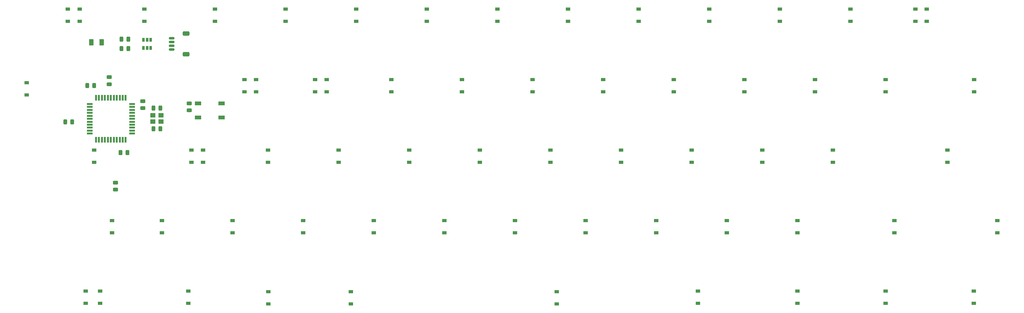
<source format=gbr>
%TF.GenerationSoftware,KiCad,Pcbnew,(6.0.6)*%
%TF.CreationDate,2022-07-22T23:56:38+02:00*%
%TF.ProjectId,bakeneko-60-pcb,62616b65-6e65-46b6-9f2d-36302d706362,rev?*%
%TF.SameCoordinates,Original*%
%TF.FileFunction,Paste,Bot*%
%TF.FilePolarity,Positive*%
%FSLAX46Y46*%
G04 Gerber Fmt 4.6, Leading zero omitted, Abs format (unit mm)*
G04 Created by KiCad (PCBNEW (6.0.6)) date 2022-07-22 23:56:38*
%MOMM*%
%LPD*%
G01*
G04 APERTURE LIST*
G04 Aperture macros list*
%AMRoundRect*
0 Rectangle with rounded corners*
0 $1 Rounding radius*
0 $2 $3 $4 $5 $6 $7 $8 $9 X,Y pos of 4 corners*
0 Add a 4 corners polygon primitive as box body*
4,1,4,$2,$3,$4,$5,$6,$7,$8,$9,$2,$3,0*
0 Add four circle primitives for the rounded corners*
1,1,$1+$1,$2,$3*
1,1,$1+$1,$4,$5*
1,1,$1+$1,$6,$7*
1,1,$1+$1,$8,$9*
0 Add four rect primitives between the rounded corners*
20,1,$1+$1,$2,$3,$4,$5,0*
20,1,$1+$1,$4,$5,$6,$7,0*
20,1,$1+$1,$6,$7,$8,$9,0*
20,1,$1+$1,$8,$9,$2,$3,0*%
G04 Aperture macros list end*
%ADD10RoundRect,0.250000X-0.375000X-0.625000X0.375000X-0.625000X0.375000X0.625000X-0.375000X0.625000X0*%
%ADD11RoundRect,0.150000X-0.625000X0.150000X-0.625000X-0.150000X0.625000X-0.150000X0.625000X0.150000X0*%
%ADD12RoundRect,0.250000X-0.650000X0.350000X-0.650000X-0.350000X0.650000X-0.350000X0.650000X0.350000X0*%
%ADD13RoundRect,0.243750X-0.243750X-0.456250X0.243750X-0.456250X0.243750X0.456250X-0.243750X0.456250X0*%
%ADD14R,1.700000X1.000000*%
%ADD15RoundRect,0.243750X0.243750X0.456250X-0.243750X0.456250X-0.243750X-0.456250X0.243750X-0.456250X0*%
%ADD16R,0.550000X1.500000*%
%ADD17R,1.500000X0.550000*%
%ADD18R,1.400000X1.200000*%
%ADD19RoundRect,0.243750X-0.456250X0.243750X-0.456250X-0.243750X0.456250X-0.243750X0.456250X0.243750X0*%
%ADD20R,1.200000X0.900000*%
%ADD21RoundRect,0.243750X0.456250X-0.243750X0.456250X0.243750X-0.456250X0.243750X-0.456250X-0.243750X0*%
%ADD22R,0.650000X1.060000*%
G04 APERTURE END LIST*
D10*
%TO.C,F1*%
X23310000Y-17120000D03*
X26110000Y-17120000D03*
%TD*%
D11*
%TO.C,J1*%
X45000000Y-16000000D03*
X45000000Y-17000000D03*
X45000000Y-18000000D03*
X45000000Y-19000000D03*
D12*
X48875000Y-14700000D03*
X48875000Y-20300000D03*
%TD*%
D13*
%TO.C,R1*%
X31402500Y-18750000D03*
X33277500Y-18750000D03*
%TD*%
%TO.C,R2*%
X31402500Y-16250000D03*
X33277500Y-16250000D03*
%TD*%
D14*
%TO.C,SW1*%
X58393750Y-37385000D03*
X52093750Y-37385000D03*
X52093750Y-33585000D03*
X58393750Y-33585000D03*
%TD*%
D15*
%TO.C,C5*%
X41897500Y-34870000D03*
X40022500Y-34870000D03*
%TD*%
%TO.C,C4*%
X24061250Y-28750000D03*
X22186250Y-28750000D03*
%TD*%
D13*
%TO.C,C3*%
X31122500Y-46910000D03*
X32997500Y-46910000D03*
%TD*%
D16*
%TO.C,U2*%
X24553750Y-32058750D03*
X25353750Y-32058750D03*
X26153750Y-32058750D03*
X26953750Y-32058750D03*
X27753750Y-32058750D03*
X28553750Y-32058750D03*
X29353750Y-32058750D03*
X30153750Y-32058750D03*
X30953750Y-32058750D03*
X31753750Y-32058750D03*
X32553750Y-32058750D03*
D17*
X34253750Y-33758750D03*
X34253750Y-34558750D03*
X34253750Y-35358750D03*
X34253750Y-36158750D03*
X34253750Y-36958750D03*
X34253750Y-37758750D03*
X34253750Y-38558750D03*
X34253750Y-39358750D03*
X34253750Y-40158750D03*
X34253750Y-40958750D03*
X34253750Y-41758750D03*
D16*
X32553750Y-43458750D03*
X31753750Y-43458750D03*
X30953750Y-43458750D03*
X30153750Y-43458750D03*
X29353750Y-43458750D03*
X28553750Y-43458750D03*
X27753750Y-43458750D03*
X26953750Y-43458750D03*
X26153750Y-43458750D03*
X25353750Y-43458750D03*
X24553750Y-43458750D03*
D17*
X22853750Y-41758750D03*
X22853750Y-40958750D03*
X22853750Y-40158750D03*
X22853750Y-39358750D03*
X22853750Y-38558750D03*
X22853750Y-37758750D03*
X22853750Y-36958750D03*
X22853750Y-36158750D03*
X22853750Y-35358750D03*
X22853750Y-34558750D03*
X22853750Y-33758750D03*
%TD*%
D18*
%TO.C,Y1*%
X42060000Y-38520000D03*
X39860000Y-38520000D03*
X39860000Y-36820000D03*
X42060000Y-36820000D03*
%TD*%
D19*
%TO.C,C1*%
X37160000Y-32982500D03*
X37160000Y-34857500D03*
%TD*%
%TO.C,R4*%
X49710000Y-33582500D03*
X49710000Y-35457500D03*
%TD*%
D20*
%TO.C,D1*%
X16937500Y-11443750D03*
X16937500Y-8143750D03*
%TD*%
%TO.C,D2*%
X20112500Y-11443750D03*
X20112500Y-8143750D03*
%TD*%
%TO.C,D3*%
X37575000Y-11443750D03*
X37575000Y-8143750D03*
%TD*%
%TO.C,D4*%
X56625000Y-11443750D03*
X56625000Y-8143750D03*
%TD*%
%TO.C,D5*%
X75675000Y-11443750D03*
X75675000Y-8143750D03*
%TD*%
%TO.C,D6*%
X94725000Y-11443750D03*
X94725000Y-8143750D03*
%TD*%
%TO.C,D7*%
X113775000Y-11443750D03*
X113775000Y-8143750D03*
%TD*%
%TO.C,D8*%
X132825000Y-11443750D03*
X132825000Y-8143750D03*
%TD*%
%TO.C,D9*%
X151875000Y-11443750D03*
X151875000Y-8143750D03*
%TD*%
%TO.C,D10*%
X170925000Y-11443750D03*
X170925000Y-8143750D03*
%TD*%
%TO.C,D11*%
X189975000Y-11443750D03*
X189975000Y-8143750D03*
%TD*%
%TO.C,D12*%
X209025000Y-11443750D03*
X209025000Y-8143750D03*
%TD*%
%TO.C,D14*%
X248655000Y-11443750D03*
X248655000Y-8143750D03*
%TD*%
%TO.C,D15*%
X245585000Y-11443750D03*
X245585000Y-8143750D03*
%TD*%
%TO.C,D16*%
X5825000Y-31287500D03*
X5825000Y-27987500D03*
%TD*%
%TO.C,D17*%
X67737500Y-30493750D03*
X67737500Y-27193750D03*
%TD*%
%TO.C,D18*%
X64562500Y-30493750D03*
X64562500Y-27193750D03*
%TD*%
%TO.C,D19*%
X83612500Y-30493750D03*
X83612500Y-27193750D03*
%TD*%
%TO.C,D20*%
X86787500Y-30493750D03*
X86787500Y-27193750D03*
%TD*%
%TO.C,D21*%
X104250000Y-30493750D03*
X104250000Y-27193750D03*
%TD*%
%TO.C,D22*%
X123300000Y-30493750D03*
X123300000Y-27193750D03*
%TD*%
%TO.C,D23*%
X142350000Y-30493750D03*
X142350000Y-27193750D03*
%TD*%
%TO.C,D24*%
X161400000Y-30493750D03*
X161400000Y-27193750D03*
%TD*%
%TO.C,D25*%
X180450000Y-30493750D03*
X180450000Y-27193750D03*
%TD*%
%TO.C,D26*%
X199500000Y-30493750D03*
X199500000Y-27193750D03*
%TD*%
%TO.C,D27*%
X218550000Y-30493750D03*
X218550000Y-27193750D03*
%TD*%
%TO.C,D28*%
X237600000Y-30493750D03*
X237600000Y-27193750D03*
%TD*%
%TO.C,D29*%
X261412500Y-30493750D03*
X261412500Y-27193750D03*
%TD*%
%TO.C,D30*%
X24081250Y-49543750D03*
X24081250Y-46243750D03*
%TD*%
%TO.C,D31*%
X50275000Y-49543750D03*
X50275000Y-46243750D03*
%TD*%
%TO.C,D32*%
X53450000Y-49543750D03*
X53450000Y-46243750D03*
%TD*%
%TO.C,D33*%
X70912500Y-49543750D03*
X70912500Y-46243750D03*
%TD*%
%TO.C,D35*%
X109012500Y-49543750D03*
X109012500Y-46243750D03*
%TD*%
%TO.C,D36*%
X128062500Y-49543750D03*
X128062500Y-46243750D03*
%TD*%
%TO.C,D37*%
X147112500Y-49543750D03*
X147112500Y-46243750D03*
%TD*%
%TO.C,D38*%
X166162500Y-49543750D03*
X166162500Y-46243750D03*
%TD*%
%TO.C,D39*%
X185212500Y-49543750D03*
X185212500Y-46243750D03*
%TD*%
%TO.C,D40*%
X204262500Y-49543750D03*
X204262500Y-46243750D03*
%TD*%
%TO.C,D41*%
X223312500Y-49543750D03*
X223312500Y-46243750D03*
%TD*%
%TO.C,D42*%
X254268750Y-49543750D03*
X254268750Y-46243750D03*
%TD*%
%TO.C,D43*%
X28843750Y-68593750D03*
X28843750Y-65293750D03*
%TD*%
%TO.C,D44*%
X42337500Y-68593750D03*
X42337500Y-65293750D03*
%TD*%
%TO.C,D45*%
X61387500Y-68593750D03*
X61387500Y-65293750D03*
%TD*%
%TO.C,D46*%
X80437500Y-68593750D03*
X80437500Y-65293750D03*
%TD*%
%TO.C,D47*%
X99487500Y-68593750D03*
X99487500Y-65293750D03*
%TD*%
%TO.C,D48*%
X118537500Y-68593750D03*
X118537500Y-65293750D03*
%TD*%
%TO.C,D49*%
X137587500Y-68593750D03*
X137587500Y-65293750D03*
%TD*%
%TO.C,D50*%
X156637500Y-68593750D03*
X156637500Y-65293750D03*
%TD*%
%TO.C,D51*%
X175687500Y-68593750D03*
X175687500Y-65293750D03*
%TD*%
%TO.C,D52*%
X194737500Y-68593750D03*
X194737500Y-65293750D03*
%TD*%
%TO.C,D53*%
X213787500Y-68593750D03*
X213787500Y-65293750D03*
%TD*%
%TO.C,D54*%
X239981250Y-68593750D03*
X239981250Y-65293750D03*
%TD*%
%TO.C,D55*%
X267715000Y-68593750D03*
X267715000Y-65293750D03*
%TD*%
%TO.C,D56*%
X21747500Y-87643750D03*
X21747500Y-84343750D03*
%TD*%
%TO.C,D57*%
X25668750Y-87643750D03*
X25668750Y-84343750D03*
%TD*%
%TO.C,D58*%
X49481250Y-87643750D03*
X49481250Y-84343750D03*
%TD*%
%TO.C,D59*%
X93275000Y-87781250D03*
X93275000Y-84481250D03*
%TD*%
%TO.C,D61*%
X213787500Y-87643750D03*
X213787500Y-84343750D03*
%TD*%
%TO.C,D62*%
X237550000Y-87643750D03*
X237550000Y-84343750D03*
%TD*%
%TO.C,D63*%
X261362500Y-87643750D03*
X261362500Y-84343750D03*
%TD*%
%TO.C,D13*%
X228075000Y-11443750D03*
X228075000Y-8143750D03*
%TD*%
D19*
%TO.C,C6*%
X28120000Y-26532500D03*
X28120000Y-28407500D03*
%TD*%
D15*
%TO.C,C7*%
X41897500Y-40470000D03*
X40022500Y-40470000D03*
%TD*%
D21*
%TO.C,R3*%
X29823750Y-56887500D03*
X29823750Y-55012500D03*
%TD*%
D20*
%TO.C,D34*%
X89962500Y-49543750D03*
X89962500Y-46243750D03*
%TD*%
%TO.C,D60*%
X186937500Y-87643750D03*
X186937500Y-84343750D03*
%TD*%
D13*
%TO.C,C2*%
X16236250Y-38558750D03*
X18111250Y-38558750D03*
%TD*%
D22*
%TO.C,U1*%
X39273750Y-18600000D03*
X38323750Y-18600000D03*
X37373750Y-18600000D03*
X37373750Y-16400000D03*
X38323750Y-16400000D03*
X39273750Y-16400000D03*
%TD*%
D20*
%TO.C,D65*%
X148837500Y-87781250D03*
X148837500Y-84481250D03*
%TD*%
%TO.C,D64*%
X71050000Y-87781250D03*
X71050000Y-84481250D03*
%TD*%
M02*

</source>
